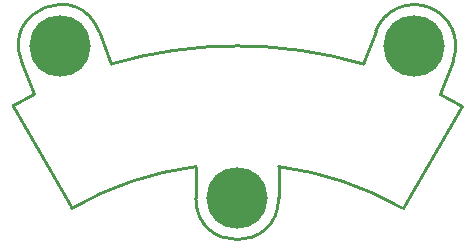
<source format=gts>
G04*
G04 #@! TF.GenerationSoftware,Altium Limited,Altium Designer,20.1.14 (287)*
G04*
G04 Layer_Color=8388736*
%FSLAX25Y25*%
%MOIN*%
G70*
G04*
G04 #@! TF.SameCoordinates,B62082B7-7803-40E3-A643-20833E8BDE13*
G04*
G04*
G04 #@! TF.FilePolarity,Negative*
G04*
G01*
G75*
%ADD10C,0.01000*%
%ADD11C,0.20485*%
D10*
X55031Y95518D02*
G03*
X13819Y109367I-55031J-95518D01*
G01*
X74803Y129563D02*
G03*
X67611Y133457I-74803J-129563D01*
G01*
X-67611D02*
G03*
X-74803Y129563I67611J-133457D01*
G01*
X71919Y144668D02*
G03*
X46191Y154544I-12864J4938D01*
G01*
X-46191D02*
G03*
X-71919Y144668I-12864J-4938D01*
G01*
X-13780Y98819D02*
G03*
X13780Y98819I13780J0D01*
G01*
X-13780Y109372D02*
G03*
X-55118Y95467I13780J-109372D01*
G01*
X41999Y143590D02*
G03*
X-41988Y143593I-41999J-143590D01*
G01*
X67631Y133497D02*
X71919Y144668D01*
X42041Y143734D02*
X46191Y154544D01*
X-46191D02*
X-41990Y143602D01*
X-71919Y144668D02*
X-67631Y133497D01*
X13780Y98819D02*
Y109449D01*
X-13780Y98819D02*
Y109372D01*
X55118Y95467D02*
X74803Y129563D01*
X-74803D02*
X-55118Y95467D01*
D11*
X59055Y149606D02*
D03*
X-59055D02*
D03*
X0Y98819D02*
D03*
M02*

</source>
